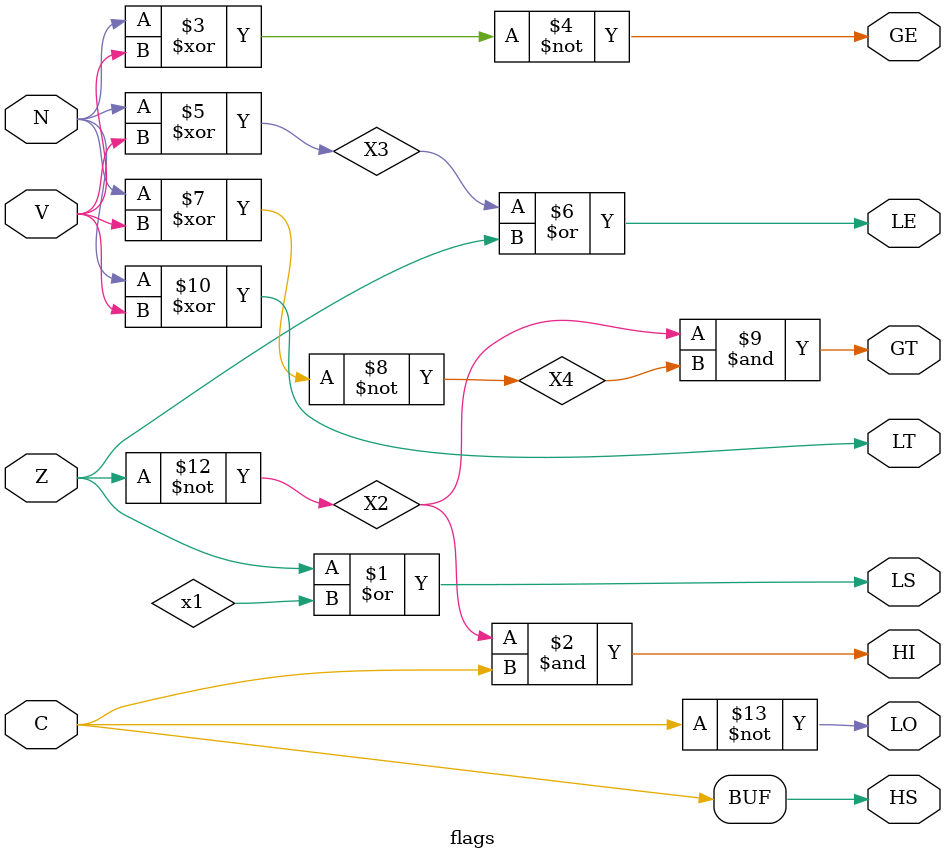
<source format=sv>
module flags (input logic C,N,V,Z, output logic HS,LS,HI,LO,GE,LE,GT,LT);
	logic X1,X2,X3,X4;
	
	assign HS= C;
	not inv1(X1,C);
	or ogate1(LS,Z,x1);
	not inv2(X2,Z);
	and and1(HI,X2,C);
	not inv3(LO,C);
	xnor xnor1(GE,N,V);
	xor xor1(X3,N,V);
	or or2(LE,X3,Z);
	xnor xnor2(X4,N,V);
	and and3(GT,X2,X4);
	xor xorx(LT,N,V);
	endmodule
	
	
</source>
